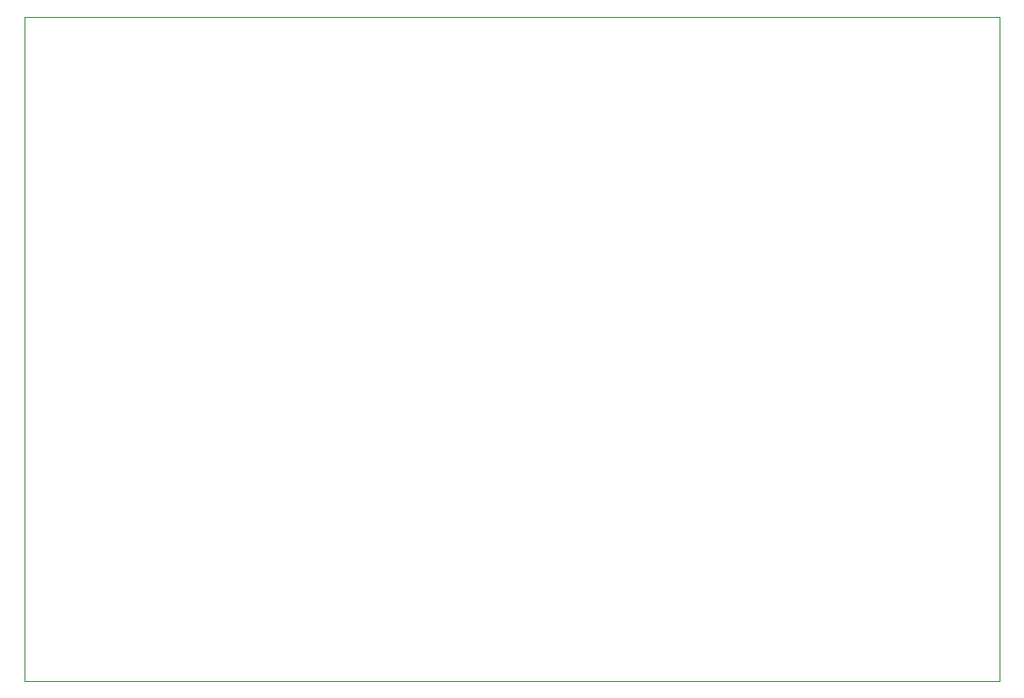
<source format=gbr>
%TF.GenerationSoftware,KiCad,Pcbnew,(6.0.4)*%
%TF.CreationDate,2022-08-02T08:21:37+02:00*%
%TF.ProjectId,DA01,44413031-2e6b-4696-9361-645f70636258,1.1*%
%TF.SameCoordinates,Original*%
%TF.FileFunction,Profile,NP*%
%FSLAX46Y46*%
G04 Gerber Fmt 4.6, Leading zero omitted, Abs format (unit mm)*
G04 Created by KiCad (PCBNEW (6.0.4)) date 2022-08-02 08:21:37*
%MOMM*%
%LPD*%
G01*
G04 APERTURE LIST*
%TA.AperFunction,Profile*%
%ADD10C,0.050000*%
%TD*%
G04 APERTURE END LIST*
D10*
X13970000Y-13970000D02*
X13970000Y-73660000D01*
X13970000Y-73660000D02*
X101600000Y-73660000D01*
X13970000Y-13970000D02*
X101600000Y-13970000D01*
X101600000Y-73660000D02*
X101600000Y-13970000D01*
M02*

</source>
